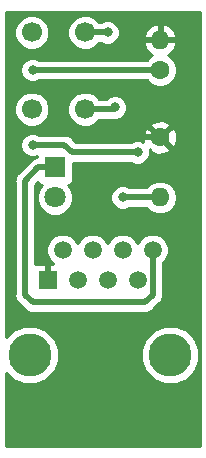
<source format=gbr>
G04 #@! TF.GenerationSoftware,KiCad,Pcbnew,5.0.0*
G04 #@! TF.CreationDate,2018-10-03T23:40:34+00:00*
G04 #@! TF.ProjectId,jeopardy-hw,6A656F70617264792D68772E6B696361,rev?*
G04 #@! TF.SameCoordinates,Original*
G04 #@! TF.FileFunction,Copper,L1,Top,Signal*
G04 #@! TF.FilePolarity,Positive*
%FSLAX46Y46*%
G04 Gerber Fmt 4.6, Leading zero omitted, Abs format (unit mm)*
G04 Created by KiCad (PCBNEW 5.0.0) date Wed Oct  3 23:40:34 2018*
%MOMM*%
%LPD*%
G01*
G04 APERTURE LIST*
G04 #@! TA.AperFunction,ComponentPad*
%ADD10O,1.600000X1.600000*%
G04 #@! TD*
G04 #@! TA.AperFunction,ComponentPad*
%ADD11C,1.600000*%
G04 #@! TD*
G04 #@! TA.AperFunction,ComponentPad*
%ADD12C,1.500000*%
G04 #@! TD*
G04 #@! TA.AperFunction,ComponentPad*
%ADD13R,1.500000X1.500000*%
G04 #@! TD*
G04 #@! TA.AperFunction,WasherPad*
%ADD14C,3.650000*%
G04 #@! TD*
G04 #@! TA.AperFunction,ComponentPad*
%ADD15C,1.800000*%
G04 #@! TD*
G04 #@! TA.AperFunction,ComponentPad*
%ADD16R,1.800000X1.800000*%
G04 #@! TD*
G04 #@! TA.AperFunction,ComponentPad*
%ADD17C,1.700000*%
G04 #@! TD*
G04 #@! TA.AperFunction,ViaPad*
%ADD18C,0.800000*%
G04 #@! TD*
G04 #@! TA.AperFunction,Conductor*
%ADD19C,0.500000*%
G04 #@! TD*
G04 #@! TA.AperFunction,Conductor*
%ADD20C,0.254000*%
G04 #@! TD*
G04 APERTURE END LIST*
D10*
G04 #@! TO.P,R_BTN_LED_P1,2*
G04 #@! TO.N,GND*
X116840000Y-100330000D03*
D11*
G04 #@! TO.P,R_BTN_LED_P1,1*
G04 #@! TO.N,Net-(R_BTN_LED_P1-Pad1)*
X116840000Y-102870000D03*
G04 #@! TD*
D12*
G04 #@! TO.P,J_P1,8*
G04 #@! TO.N,Net-(J_P1-Pad8)*
X116205000Y-118110000D03*
G04 #@! TO.P,J_P1,7*
G04 #@! TO.N,Net-(J_P1-Pad7)*
X114935000Y-120650000D03*
G04 #@! TO.P,J_P1,6*
G04 #@! TO.N,Net-(J_P1-Pad6)*
X113665000Y-118110000D03*
G04 #@! TO.P,J_P1,5*
G04 #@! TO.N,+12V*
X112395000Y-120650000D03*
G04 #@! TO.P,J_P1,4*
G04 #@! TO.N,+3V3*
X111125000Y-118110000D03*
G04 #@! TO.P,J_P1,3*
G04 #@! TO.N,Net-(J_P1-Pad3)*
X109855000Y-120650000D03*
G04 #@! TO.P,J_P1,2*
G04 #@! TO.N,Net-(J_P1-Pad2)*
X108585000Y-118110000D03*
D13*
G04 #@! TO.P,J_P1,1*
G04 #@! TO.N,GND*
X107315000Y-120650000D03*
D14*
G04 #@! TO.P,J_P1,Hole*
G04 #@! TO.N,*
X105825000Y-127000000D03*
X117695000Y-127000000D03*
G04 #@! TD*
D11*
G04 #@! TO.P,R_BTN_P1,1*
G04 #@! TO.N,GND*
X116840000Y-108585000D03*
D10*
G04 #@! TO.P,R_BTN_P1,2*
G04 #@! TO.N,Net-(J_P1-Pad6)*
X116840000Y-113665000D03*
G04 #@! TD*
D15*
G04 #@! TO.P,LED_P1,2*
G04 #@! TO.N,+12V*
X107950000Y-113665000D03*
D16*
G04 #@! TO.P,LED_P1,1*
G04 #@! TO.N,Net-(J_P1-Pad8)*
X107950000Y-111125000D03*
G04 #@! TD*
D17*
G04 #@! TO.P,SW_P1,4*
G04 #@! TO.N,Net-(J_P1-Pad7)*
X105990000Y-106195000D03*
G04 #@! TO.P,SW_P1,3*
G04 #@! TO.N,Net-(R_BTN_LED_P1-Pad1)*
X105990000Y-99695000D03*
G04 #@! TO.P,SW_P1,2*
G04 #@! TO.N,Net-(J_P1-Pad6)*
X110490000Y-106195000D03*
G04 #@! TO.P,SW_P1,1*
G04 #@! TO.N,+3V3*
X110490000Y-99695000D03*
G04 #@! TD*
D18*
G04 #@! TO.N,GND*
X114935000Y-108585000D03*
X114935000Y-100330000D03*
G04 #@! TO.N,+3V3*
X112395000Y-99695000D03*
G04 #@! TO.N,Net-(J_P1-Pad7)*
X114935000Y-109855000D03*
X106045000Y-109220000D03*
G04 #@! TO.N,Net-(J_P1-Pad6)*
X113030000Y-106045000D03*
X113665000Y-113665000D03*
G04 #@! TO.N,Net-(R_BTN_LED_P1-Pad1)*
X106045000Y-102870000D03*
G04 #@! TD*
D19*
G04 #@! TO.N,GND*
X115708630Y-108585000D02*
X114935000Y-108585000D01*
X114935000Y-100330000D02*
X116840000Y-100330000D01*
X116840000Y-108585000D02*
X115708630Y-108585000D01*
G04 #@! TO.N,+3V3*
X110490000Y-99695000D02*
X112395000Y-99695000D01*
G04 #@! TO.N,Net-(J_P1-Pad8)*
X105410000Y-112265000D02*
X105410000Y-121920000D01*
X116205000Y-121920000D02*
X116205000Y-118110000D01*
X106045000Y-122555000D02*
X115570000Y-122555000D01*
X107950000Y-111125000D02*
X106550000Y-111125000D01*
X106550000Y-111125000D02*
X105410000Y-112265000D01*
X115570000Y-122555000D02*
X116205000Y-121920000D01*
X105410000Y-121920000D02*
X106045000Y-122555000D01*
G04 #@! TO.N,Net-(J_P1-Pad7)*
X106045000Y-109220000D02*
X108715001Y-109220000D01*
X108715001Y-109220000D02*
X109350001Y-109855000D01*
X109350001Y-109855000D02*
X114935000Y-109855000D01*
G04 #@! TO.N,Net-(J_P1-Pad6)*
X116840000Y-113665000D02*
X113665000Y-113665000D01*
X112880000Y-106195000D02*
X113030000Y-106045000D01*
X110490000Y-106195000D02*
X112880000Y-106195000D01*
G04 #@! TO.N,Net-(R_BTN_LED_P1-Pad1)*
X116840000Y-102870000D02*
X106045000Y-102870000D01*
G04 #@! TD*
D20*
G04 #@! TO.N,GND*
G36*
X120194000Y-134672000D02*
X103834000Y-134672000D01*
X103834000Y-128487965D01*
X104431522Y-129085487D01*
X105335676Y-129460000D01*
X106314324Y-129460000D01*
X107218478Y-129085487D01*
X107910487Y-128393478D01*
X108285000Y-127489324D01*
X108285000Y-126510676D01*
X115235000Y-126510676D01*
X115235000Y-127489324D01*
X115609513Y-128393478D01*
X116301522Y-129085487D01*
X117205676Y-129460000D01*
X118184324Y-129460000D01*
X119088478Y-129085487D01*
X119780487Y-128393478D01*
X120155000Y-127489324D01*
X120155000Y-126510676D01*
X119780487Y-125606522D01*
X119088478Y-124914513D01*
X118184324Y-124540000D01*
X117205676Y-124540000D01*
X116301522Y-124914513D01*
X115609513Y-125606522D01*
X115235000Y-126510676D01*
X108285000Y-126510676D01*
X107910487Y-125606522D01*
X107218478Y-124914513D01*
X106314324Y-124540000D01*
X105335676Y-124540000D01*
X104431522Y-124914513D01*
X103834000Y-125512035D01*
X103834000Y-112265000D01*
X104507663Y-112265000D01*
X104525000Y-112352161D01*
X104525001Y-121832835D01*
X104507663Y-121920000D01*
X104576348Y-122265309D01*
X104722576Y-122484154D01*
X104722577Y-122484155D01*
X104771952Y-122558049D01*
X104845844Y-122607423D01*
X105357577Y-123119156D01*
X105406951Y-123193049D01*
X105480844Y-123242423D01*
X105480845Y-123242424D01*
X105699690Y-123388652D01*
X105957835Y-123440000D01*
X105957839Y-123440000D01*
X106045000Y-123457337D01*
X106132161Y-123440000D01*
X115482839Y-123440000D01*
X115570000Y-123457337D01*
X115657161Y-123440000D01*
X115657165Y-123440000D01*
X115915310Y-123388652D01*
X116208049Y-123193049D01*
X116257425Y-123119154D01*
X116769156Y-122607423D01*
X116843049Y-122558049D01*
X116892425Y-122484154D01*
X117038652Y-122265310D01*
X117084463Y-122035000D01*
X117090000Y-122007165D01*
X117090000Y-122007161D01*
X117107337Y-121920000D01*
X117090000Y-121832839D01*
X117090000Y-119183687D01*
X117379147Y-118894540D01*
X117590000Y-118385494D01*
X117590000Y-117834506D01*
X117379147Y-117325460D01*
X116989540Y-116935853D01*
X116480494Y-116725000D01*
X115929506Y-116725000D01*
X115420460Y-116935853D01*
X115030853Y-117325460D01*
X114935000Y-117556870D01*
X114839147Y-117325460D01*
X114449540Y-116935853D01*
X113940494Y-116725000D01*
X113389506Y-116725000D01*
X112880460Y-116935853D01*
X112490853Y-117325460D01*
X112395000Y-117556870D01*
X112299147Y-117325460D01*
X111909540Y-116935853D01*
X111400494Y-116725000D01*
X110849506Y-116725000D01*
X110340460Y-116935853D01*
X109950853Y-117325460D01*
X109855000Y-117556870D01*
X109759147Y-117325460D01*
X109369540Y-116935853D01*
X108860494Y-116725000D01*
X108309506Y-116725000D01*
X107800460Y-116935853D01*
X107410853Y-117325460D01*
X107200000Y-117834506D01*
X107200000Y-118385494D01*
X107410853Y-118894540D01*
X107781313Y-119265000D01*
X107600750Y-119265000D01*
X107442000Y-119423750D01*
X107442000Y-120523000D01*
X107462000Y-120523000D01*
X107462000Y-120777000D01*
X107442000Y-120777000D01*
X107442000Y-120797000D01*
X107188000Y-120797000D01*
X107188000Y-120777000D01*
X107168000Y-120777000D01*
X107168000Y-120523000D01*
X107188000Y-120523000D01*
X107188000Y-119423750D01*
X107029250Y-119265000D01*
X106438691Y-119265000D01*
X106295000Y-119324519D01*
X106295000Y-112631578D01*
X106532741Y-112393837D01*
X106592191Y-112482809D01*
X106802235Y-112623157D01*
X106817908Y-112626275D01*
X106648690Y-112795493D01*
X106415000Y-113359670D01*
X106415000Y-113970330D01*
X106648690Y-114534507D01*
X107080493Y-114966310D01*
X107644670Y-115200000D01*
X108255330Y-115200000D01*
X108819507Y-114966310D01*
X109251310Y-114534507D01*
X109485000Y-113970330D01*
X109485000Y-113459126D01*
X112630000Y-113459126D01*
X112630000Y-113870874D01*
X112787569Y-114251280D01*
X113078720Y-114542431D01*
X113459126Y-114700000D01*
X113870874Y-114700000D01*
X114233007Y-114550000D01*
X115705479Y-114550000D01*
X115805423Y-114699577D01*
X116280091Y-115016740D01*
X116698667Y-115100000D01*
X116981333Y-115100000D01*
X117399909Y-115016740D01*
X117874577Y-114699577D01*
X118191740Y-114224909D01*
X118303113Y-113665000D01*
X118191740Y-113105091D01*
X117874577Y-112630423D01*
X117399909Y-112313260D01*
X116981333Y-112230000D01*
X116698667Y-112230000D01*
X116280091Y-112313260D01*
X115805423Y-112630423D01*
X115705479Y-112780000D01*
X114233007Y-112780000D01*
X113870874Y-112630000D01*
X113459126Y-112630000D01*
X113078720Y-112787569D01*
X112787569Y-113078720D01*
X112630000Y-113459126D01*
X109485000Y-113459126D01*
X109485000Y-113359670D01*
X109251310Y-112795493D01*
X109082092Y-112626275D01*
X109097765Y-112623157D01*
X109307809Y-112482809D01*
X109448157Y-112272765D01*
X109497440Y-112025000D01*
X109497440Y-110740000D01*
X114366993Y-110740000D01*
X114729126Y-110890000D01*
X115140874Y-110890000D01*
X115521280Y-110732431D01*
X115812431Y-110441280D01*
X115970000Y-110060874D01*
X115970000Y-109649126D01*
X115965748Y-109638860D01*
X116011861Y-109592747D01*
X116085995Y-109838864D01*
X116623223Y-110031965D01*
X117193454Y-110004778D01*
X117594005Y-109838864D01*
X117668139Y-109592745D01*
X116840000Y-108764605D01*
X116825858Y-108778748D01*
X116646252Y-108599142D01*
X116660395Y-108585000D01*
X117019605Y-108585000D01*
X117847745Y-109413139D01*
X118093864Y-109339005D01*
X118286965Y-108801777D01*
X118259778Y-108231546D01*
X118093864Y-107830995D01*
X117847745Y-107756861D01*
X117019605Y-108585000D01*
X116660395Y-108585000D01*
X115832255Y-107756861D01*
X115586136Y-107830995D01*
X115393035Y-108368223D01*
X115420089Y-108935654D01*
X115140874Y-108820000D01*
X114729126Y-108820000D01*
X114366993Y-108970000D01*
X109716580Y-108970000D01*
X109402426Y-108655846D01*
X109353050Y-108581951D01*
X109060311Y-108386348D01*
X108802166Y-108335000D01*
X108802162Y-108335000D01*
X108715001Y-108317663D01*
X108627840Y-108335000D01*
X106613007Y-108335000D01*
X106250874Y-108185000D01*
X105839126Y-108185000D01*
X105458720Y-108342569D01*
X105167569Y-108633720D01*
X105010000Y-109014126D01*
X105010000Y-109425874D01*
X105167569Y-109806280D01*
X105458720Y-110097431D01*
X105839126Y-110255000D01*
X106250874Y-110255000D01*
X106409677Y-110189222D01*
X106402560Y-110225000D01*
X106402560Y-110251989D01*
X106204690Y-110291348D01*
X106204688Y-110291349D01*
X106204689Y-110291349D01*
X105985845Y-110437576D01*
X105985844Y-110437577D01*
X105911951Y-110486951D01*
X105862577Y-110560844D01*
X104845847Y-111577575D01*
X104771951Y-111626951D01*
X104576348Y-111919691D01*
X104525000Y-112177836D01*
X104525000Y-112177839D01*
X104507663Y-112265000D01*
X103834000Y-112265000D01*
X103834000Y-105899615D01*
X104505000Y-105899615D01*
X104505000Y-106490385D01*
X104731078Y-107036185D01*
X105148815Y-107453922D01*
X105694615Y-107680000D01*
X106285385Y-107680000D01*
X106831185Y-107453922D01*
X107248922Y-107036185D01*
X107475000Y-106490385D01*
X107475000Y-105899615D01*
X109005000Y-105899615D01*
X109005000Y-106490385D01*
X109231078Y-107036185D01*
X109648815Y-107453922D01*
X110194615Y-107680000D01*
X110785385Y-107680000D01*
X111033433Y-107577255D01*
X116011861Y-107577255D01*
X116840000Y-108405395D01*
X117668139Y-107577255D01*
X117594005Y-107331136D01*
X117056777Y-107138035D01*
X116486546Y-107165222D01*
X116085995Y-107331136D01*
X116011861Y-107577255D01*
X111033433Y-107577255D01*
X111331185Y-107453922D01*
X111705107Y-107080000D01*
X112792839Y-107080000D01*
X112880000Y-107097337D01*
X112967161Y-107080000D01*
X113235874Y-107080000D01*
X113616280Y-106922431D01*
X113907431Y-106631280D01*
X114065000Y-106250874D01*
X114065000Y-105839126D01*
X113907431Y-105458720D01*
X113616280Y-105167569D01*
X113235874Y-105010000D01*
X112824126Y-105010000D01*
X112443720Y-105167569D01*
X112301289Y-105310000D01*
X111705107Y-105310000D01*
X111331185Y-104936078D01*
X110785385Y-104710000D01*
X110194615Y-104710000D01*
X109648815Y-104936078D01*
X109231078Y-105353815D01*
X109005000Y-105899615D01*
X107475000Y-105899615D01*
X107248922Y-105353815D01*
X106831185Y-104936078D01*
X106285385Y-104710000D01*
X105694615Y-104710000D01*
X105148815Y-104936078D01*
X104731078Y-105353815D01*
X104505000Y-105899615D01*
X103834000Y-105899615D01*
X103834000Y-102664126D01*
X105010000Y-102664126D01*
X105010000Y-103075874D01*
X105167569Y-103456280D01*
X105458720Y-103747431D01*
X105839126Y-103905000D01*
X106250874Y-103905000D01*
X106613007Y-103755000D01*
X115695604Y-103755000D01*
X116027138Y-104086534D01*
X116554561Y-104305000D01*
X117125439Y-104305000D01*
X117652862Y-104086534D01*
X118056534Y-103682862D01*
X118275000Y-103155439D01*
X118275000Y-102584561D01*
X118056534Y-102057138D01*
X117652862Y-101653466D01*
X117503573Y-101591628D01*
X117577423Y-101561041D01*
X117992389Y-101185134D01*
X118231914Y-100679041D01*
X118110629Y-100457000D01*
X116967000Y-100457000D01*
X116967000Y-100477000D01*
X116713000Y-100477000D01*
X116713000Y-100457000D01*
X115569371Y-100457000D01*
X115448086Y-100679041D01*
X115687611Y-101185134D01*
X116102577Y-101561041D01*
X116176427Y-101591628D01*
X116027138Y-101653466D01*
X115695604Y-101985000D01*
X106613007Y-101985000D01*
X106250874Y-101835000D01*
X105839126Y-101835000D01*
X105458720Y-101992569D01*
X105167569Y-102283720D01*
X105010000Y-102664126D01*
X103834000Y-102664126D01*
X103834000Y-99399615D01*
X104505000Y-99399615D01*
X104505000Y-99990385D01*
X104731078Y-100536185D01*
X105148815Y-100953922D01*
X105694615Y-101180000D01*
X106285385Y-101180000D01*
X106831185Y-100953922D01*
X107248922Y-100536185D01*
X107475000Y-99990385D01*
X107475000Y-99399615D01*
X109005000Y-99399615D01*
X109005000Y-99990385D01*
X109231078Y-100536185D01*
X109648815Y-100953922D01*
X110194615Y-101180000D01*
X110785385Y-101180000D01*
X111331185Y-100953922D01*
X111705107Y-100580000D01*
X111826993Y-100580000D01*
X112189126Y-100730000D01*
X112600874Y-100730000D01*
X112981280Y-100572431D01*
X113272431Y-100281280D01*
X113396827Y-99980959D01*
X115448086Y-99980959D01*
X115569371Y-100203000D01*
X116713000Y-100203000D01*
X116713000Y-99060085D01*
X116967000Y-99060085D01*
X116967000Y-100203000D01*
X118110629Y-100203000D01*
X118231914Y-99980959D01*
X117992389Y-99474866D01*
X117577423Y-99098959D01*
X117189039Y-98938096D01*
X116967000Y-99060085D01*
X116713000Y-99060085D01*
X116490961Y-98938096D01*
X116102577Y-99098959D01*
X115687611Y-99474866D01*
X115448086Y-99980959D01*
X113396827Y-99980959D01*
X113430000Y-99900874D01*
X113430000Y-99489126D01*
X113272431Y-99108720D01*
X112981280Y-98817569D01*
X112600874Y-98660000D01*
X112189126Y-98660000D01*
X111826993Y-98810000D01*
X111705107Y-98810000D01*
X111331185Y-98436078D01*
X110785385Y-98210000D01*
X110194615Y-98210000D01*
X109648815Y-98436078D01*
X109231078Y-98853815D01*
X109005000Y-99399615D01*
X107475000Y-99399615D01*
X107248922Y-98853815D01*
X106831185Y-98436078D01*
X106285385Y-98210000D01*
X105694615Y-98210000D01*
X105148815Y-98436078D01*
X104731078Y-98853815D01*
X104505000Y-99399615D01*
X103834000Y-99399615D01*
X103834000Y-97992000D01*
X120194001Y-97992000D01*
X120194000Y-134672000D01*
X120194000Y-134672000D01*
G37*
X120194000Y-134672000D02*
X103834000Y-134672000D01*
X103834000Y-128487965D01*
X104431522Y-129085487D01*
X105335676Y-129460000D01*
X106314324Y-129460000D01*
X107218478Y-129085487D01*
X107910487Y-128393478D01*
X108285000Y-127489324D01*
X108285000Y-126510676D01*
X115235000Y-126510676D01*
X115235000Y-127489324D01*
X115609513Y-128393478D01*
X116301522Y-129085487D01*
X117205676Y-129460000D01*
X118184324Y-129460000D01*
X119088478Y-129085487D01*
X119780487Y-128393478D01*
X120155000Y-127489324D01*
X120155000Y-126510676D01*
X119780487Y-125606522D01*
X119088478Y-124914513D01*
X118184324Y-124540000D01*
X117205676Y-124540000D01*
X116301522Y-124914513D01*
X115609513Y-125606522D01*
X115235000Y-126510676D01*
X108285000Y-126510676D01*
X107910487Y-125606522D01*
X107218478Y-124914513D01*
X106314324Y-124540000D01*
X105335676Y-124540000D01*
X104431522Y-124914513D01*
X103834000Y-125512035D01*
X103834000Y-112265000D01*
X104507663Y-112265000D01*
X104525000Y-112352161D01*
X104525001Y-121832835D01*
X104507663Y-121920000D01*
X104576348Y-122265309D01*
X104722576Y-122484154D01*
X104722577Y-122484155D01*
X104771952Y-122558049D01*
X104845844Y-122607423D01*
X105357577Y-123119156D01*
X105406951Y-123193049D01*
X105480844Y-123242423D01*
X105480845Y-123242424D01*
X105699690Y-123388652D01*
X105957835Y-123440000D01*
X105957839Y-123440000D01*
X106045000Y-123457337D01*
X106132161Y-123440000D01*
X115482839Y-123440000D01*
X115570000Y-123457337D01*
X115657161Y-123440000D01*
X115657165Y-123440000D01*
X115915310Y-123388652D01*
X116208049Y-123193049D01*
X116257425Y-123119154D01*
X116769156Y-122607423D01*
X116843049Y-122558049D01*
X116892425Y-122484154D01*
X117038652Y-122265310D01*
X117084463Y-122035000D01*
X117090000Y-122007165D01*
X117090000Y-122007161D01*
X117107337Y-121920000D01*
X117090000Y-121832839D01*
X117090000Y-119183687D01*
X117379147Y-118894540D01*
X117590000Y-118385494D01*
X117590000Y-117834506D01*
X117379147Y-117325460D01*
X116989540Y-116935853D01*
X116480494Y-116725000D01*
X115929506Y-116725000D01*
X115420460Y-116935853D01*
X115030853Y-117325460D01*
X114935000Y-117556870D01*
X114839147Y-117325460D01*
X114449540Y-116935853D01*
X113940494Y-116725000D01*
X113389506Y-116725000D01*
X112880460Y-116935853D01*
X112490853Y-117325460D01*
X112395000Y-117556870D01*
X112299147Y-117325460D01*
X111909540Y-116935853D01*
X111400494Y-116725000D01*
X110849506Y-116725000D01*
X110340460Y-116935853D01*
X109950853Y-117325460D01*
X109855000Y-117556870D01*
X109759147Y-117325460D01*
X109369540Y-116935853D01*
X108860494Y-116725000D01*
X108309506Y-116725000D01*
X107800460Y-116935853D01*
X107410853Y-117325460D01*
X107200000Y-117834506D01*
X107200000Y-118385494D01*
X107410853Y-118894540D01*
X107781313Y-119265000D01*
X107600750Y-119265000D01*
X107442000Y-119423750D01*
X107442000Y-120523000D01*
X107462000Y-120523000D01*
X107462000Y-120777000D01*
X107442000Y-120777000D01*
X107442000Y-120797000D01*
X107188000Y-120797000D01*
X107188000Y-120777000D01*
X107168000Y-120777000D01*
X107168000Y-120523000D01*
X107188000Y-120523000D01*
X107188000Y-119423750D01*
X107029250Y-119265000D01*
X106438691Y-119265000D01*
X106295000Y-119324519D01*
X106295000Y-112631578D01*
X106532741Y-112393837D01*
X106592191Y-112482809D01*
X106802235Y-112623157D01*
X106817908Y-112626275D01*
X106648690Y-112795493D01*
X106415000Y-113359670D01*
X106415000Y-113970330D01*
X106648690Y-114534507D01*
X107080493Y-114966310D01*
X107644670Y-115200000D01*
X108255330Y-115200000D01*
X108819507Y-114966310D01*
X109251310Y-114534507D01*
X109485000Y-113970330D01*
X109485000Y-113459126D01*
X112630000Y-113459126D01*
X112630000Y-113870874D01*
X112787569Y-114251280D01*
X113078720Y-114542431D01*
X113459126Y-114700000D01*
X113870874Y-114700000D01*
X114233007Y-114550000D01*
X115705479Y-114550000D01*
X115805423Y-114699577D01*
X116280091Y-115016740D01*
X116698667Y-115100000D01*
X116981333Y-115100000D01*
X117399909Y-115016740D01*
X117874577Y-114699577D01*
X118191740Y-114224909D01*
X118303113Y-113665000D01*
X118191740Y-113105091D01*
X117874577Y-112630423D01*
X117399909Y-112313260D01*
X116981333Y-112230000D01*
X116698667Y-112230000D01*
X116280091Y-112313260D01*
X115805423Y-112630423D01*
X115705479Y-112780000D01*
X114233007Y-112780000D01*
X113870874Y-112630000D01*
X113459126Y-112630000D01*
X113078720Y-112787569D01*
X112787569Y-113078720D01*
X112630000Y-113459126D01*
X109485000Y-113459126D01*
X109485000Y-113359670D01*
X109251310Y-112795493D01*
X109082092Y-112626275D01*
X109097765Y-112623157D01*
X109307809Y-112482809D01*
X109448157Y-112272765D01*
X109497440Y-112025000D01*
X109497440Y-110740000D01*
X114366993Y-110740000D01*
X114729126Y-110890000D01*
X115140874Y-110890000D01*
X115521280Y-110732431D01*
X115812431Y-110441280D01*
X115970000Y-110060874D01*
X115970000Y-109649126D01*
X115965748Y-109638860D01*
X116011861Y-109592747D01*
X116085995Y-109838864D01*
X116623223Y-110031965D01*
X117193454Y-110004778D01*
X117594005Y-109838864D01*
X117668139Y-109592745D01*
X116840000Y-108764605D01*
X116825858Y-108778748D01*
X116646252Y-108599142D01*
X116660395Y-108585000D01*
X117019605Y-108585000D01*
X117847745Y-109413139D01*
X118093864Y-109339005D01*
X118286965Y-108801777D01*
X118259778Y-108231546D01*
X118093864Y-107830995D01*
X117847745Y-107756861D01*
X117019605Y-108585000D01*
X116660395Y-108585000D01*
X115832255Y-107756861D01*
X115586136Y-107830995D01*
X115393035Y-108368223D01*
X115420089Y-108935654D01*
X115140874Y-108820000D01*
X114729126Y-108820000D01*
X114366993Y-108970000D01*
X109716580Y-108970000D01*
X109402426Y-108655846D01*
X109353050Y-108581951D01*
X109060311Y-108386348D01*
X108802166Y-108335000D01*
X108802162Y-108335000D01*
X108715001Y-108317663D01*
X108627840Y-108335000D01*
X106613007Y-108335000D01*
X106250874Y-108185000D01*
X105839126Y-108185000D01*
X105458720Y-108342569D01*
X105167569Y-108633720D01*
X105010000Y-109014126D01*
X105010000Y-109425874D01*
X105167569Y-109806280D01*
X105458720Y-110097431D01*
X105839126Y-110255000D01*
X106250874Y-110255000D01*
X106409677Y-110189222D01*
X106402560Y-110225000D01*
X106402560Y-110251989D01*
X106204690Y-110291348D01*
X106204688Y-110291349D01*
X106204689Y-110291349D01*
X105985845Y-110437576D01*
X105985844Y-110437577D01*
X105911951Y-110486951D01*
X105862577Y-110560844D01*
X104845847Y-111577575D01*
X104771951Y-111626951D01*
X104576348Y-111919691D01*
X104525000Y-112177836D01*
X104525000Y-112177839D01*
X104507663Y-112265000D01*
X103834000Y-112265000D01*
X103834000Y-105899615D01*
X104505000Y-105899615D01*
X104505000Y-106490385D01*
X104731078Y-107036185D01*
X105148815Y-107453922D01*
X105694615Y-107680000D01*
X106285385Y-107680000D01*
X106831185Y-107453922D01*
X107248922Y-107036185D01*
X107475000Y-106490385D01*
X107475000Y-105899615D01*
X109005000Y-105899615D01*
X109005000Y-106490385D01*
X109231078Y-107036185D01*
X109648815Y-107453922D01*
X110194615Y-107680000D01*
X110785385Y-107680000D01*
X111033433Y-107577255D01*
X116011861Y-107577255D01*
X116840000Y-108405395D01*
X117668139Y-107577255D01*
X117594005Y-107331136D01*
X117056777Y-107138035D01*
X116486546Y-107165222D01*
X116085995Y-107331136D01*
X116011861Y-107577255D01*
X111033433Y-107577255D01*
X111331185Y-107453922D01*
X111705107Y-107080000D01*
X112792839Y-107080000D01*
X112880000Y-107097337D01*
X112967161Y-107080000D01*
X113235874Y-107080000D01*
X113616280Y-106922431D01*
X113907431Y-106631280D01*
X114065000Y-106250874D01*
X114065000Y-105839126D01*
X113907431Y-105458720D01*
X113616280Y-105167569D01*
X113235874Y-105010000D01*
X112824126Y-105010000D01*
X112443720Y-105167569D01*
X112301289Y-105310000D01*
X111705107Y-105310000D01*
X111331185Y-104936078D01*
X110785385Y-104710000D01*
X110194615Y-104710000D01*
X109648815Y-104936078D01*
X109231078Y-105353815D01*
X109005000Y-105899615D01*
X107475000Y-105899615D01*
X107248922Y-105353815D01*
X106831185Y-104936078D01*
X106285385Y-104710000D01*
X105694615Y-104710000D01*
X105148815Y-104936078D01*
X104731078Y-105353815D01*
X104505000Y-105899615D01*
X103834000Y-105899615D01*
X103834000Y-102664126D01*
X105010000Y-102664126D01*
X105010000Y-103075874D01*
X105167569Y-103456280D01*
X105458720Y-103747431D01*
X105839126Y-103905000D01*
X106250874Y-103905000D01*
X106613007Y-103755000D01*
X115695604Y-103755000D01*
X116027138Y-104086534D01*
X116554561Y-104305000D01*
X117125439Y-104305000D01*
X117652862Y-104086534D01*
X118056534Y-103682862D01*
X118275000Y-103155439D01*
X118275000Y-102584561D01*
X118056534Y-102057138D01*
X117652862Y-101653466D01*
X117503573Y-101591628D01*
X117577423Y-101561041D01*
X117992389Y-101185134D01*
X118231914Y-100679041D01*
X118110629Y-100457000D01*
X116967000Y-100457000D01*
X116967000Y-100477000D01*
X116713000Y-100477000D01*
X116713000Y-100457000D01*
X115569371Y-100457000D01*
X115448086Y-100679041D01*
X115687611Y-101185134D01*
X116102577Y-101561041D01*
X116176427Y-101591628D01*
X116027138Y-101653466D01*
X115695604Y-101985000D01*
X106613007Y-101985000D01*
X106250874Y-101835000D01*
X105839126Y-101835000D01*
X105458720Y-101992569D01*
X105167569Y-102283720D01*
X105010000Y-102664126D01*
X103834000Y-102664126D01*
X103834000Y-99399615D01*
X104505000Y-99399615D01*
X104505000Y-99990385D01*
X104731078Y-100536185D01*
X105148815Y-100953922D01*
X105694615Y-101180000D01*
X106285385Y-101180000D01*
X106831185Y-100953922D01*
X107248922Y-100536185D01*
X107475000Y-99990385D01*
X107475000Y-99399615D01*
X109005000Y-99399615D01*
X109005000Y-99990385D01*
X109231078Y-100536185D01*
X109648815Y-100953922D01*
X110194615Y-101180000D01*
X110785385Y-101180000D01*
X111331185Y-100953922D01*
X111705107Y-100580000D01*
X111826993Y-100580000D01*
X112189126Y-100730000D01*
X112600874Y-100730000D01*
X112981280Y-100572431D01*
X113272431Y-100281280D01*
X113396827Y-99980959D01*
X115448086Y-99980959D01*
X115569371Y-100203000D01*
X116713000Y-100203000D01*
X116713000Y-99060085D01*
X116967000Y-99060085D01*
X116967000Y-100203000D01*
X118110629Y-100203000D01*
X118231914Y-99980959D01*
X117992389Y-99474866D01*
X117577423Y-99098959D01*
X117189039Y-98938096D01*
X116967000Y-99060085D01*
X116713000Y-99060085D01*
X116490961Y-98938096D01*
X116102577Y-99098959D01*
X115687611Y-99474866D01*
X115448086Y-99980959D01*
X113396827Y-99980959D01*
X113430000Y-99900874D01*
X113430000Y-99489126D01*
X113272431Y-99108720D01*
X112981280Y-98817569D01*
X112600874Y-98660000D01*
X112189126Y-98660000D01*
X111826993Y-98810000D01*
X111705107Y-98810000D01*
X111331185Y-98436078D01*
X110785385Y-98210000D01*
X110194615Y-98210000D01*
X109648815Y-98436078D01*
X109231078Y-98853815D01*
X109005000Y-99399615D01*
X107475000Y-99399615D01*
X107248922Y-98853815D01*
X106831185Y-98436078D01*
X106285385Y-98210000D01*
X105694615Y-98210000D01*
X105148815Y-98436078D01*
X104731078Y-98853815D01*
X104505000Y-99399615D01*
X103834000Y-99399615D01*
X103834000Y-97992000D01*
X120194001Y-97992000D01*
X120194000Y-134672000D01*
G04 #@! TD*
M02*

</source>
